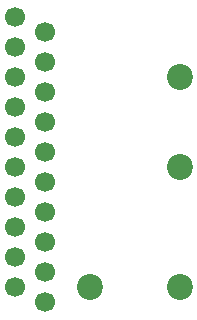
<source format=gbr>
G04 #@! TF.FileFunction,Soldermask,Bot*
%FSLAX46Y46*%
G04 Gerber Fmt 4.6, Leading zero omitted, Abs format (unit mm)*
G04 Created by KiCad (PCBNEW 4.0.2+dfsg1-stable) date Mon 11 Dec 2017 09:17:39 PM EST*
%MOMM*%
G01*
G04 APERTURE LIST*
%ADD10C,0.100000*%
%ADD11C,2.200000*%
%ADD12C,1.700000*%
G04 APERTURE END LIST*
D10*
D11*
X47752000Y-75946000D03*
X47752000Y-65786000D03*
X47752000Y-58166000D03*
X40132000Y-75946000D03*
D12*
X33782000Y-58166000D03*
X33782000Y-55626000D03*
X33782000Y-53086000D03*
X33782000Y-60706000D03*
X36322000Y-54356000D03*
X36322000Y-56896000D03*
X36322000Y-59436000D03*
X36322000Y-61976000D03*
X33782000Y-63246000D03*
X36322000Y-64516000D03*
X33782000Y-65786000D03*
X36322000Y-67056000D03*
X33782000Y-68326000D03*
X36322000Y-69596000D03*
X33782000Y-70866000D03*
X36322000Y-72136000D03*
X33782000Y-73406000D03*
X36322000Y-74676000D03*
X33782000Y-75946000D03*
X36322000Y-77216000D03*
M02*

</source>
